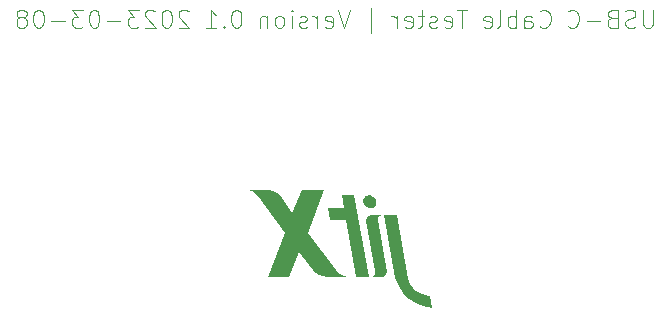
<source format=gbr>
%TF.GenerationSoftware,KiCad,Pcbnew,7.0.0-da2b9df05c~171~ubuntu22.04.1*%
%TF.CreationDate,2023-03-09T10:18:31-08:00*%
%TF.ProjectId,CAD,4341442e-6b69-4636-9164-5f7063625858,rev?*%
%TF.SameCoordinates,Original*%
%TF.FileFunction,Legend,Bot*%
%TF.FilePolarity,Positive*%
%FSLAX46Y46*%
G04 Gerber Fmt 4.6, Leading zero omitted, Abs format (unit mm)*
G04 Created by KiCad (PCBNEW 7.0.0-da2b9df05c~171~ubuntu22.04.1) date 2023-03-09 10:18:31*
%MOMM*%
%LPD*%
G01*
G04 APERTURE LIST*
%ADD10C,0.100000*%
%ADD11C,2.402000*%
%ADD12O,2.302000X1.302000*%
%ADD13O,2.802000X1.302000*%
%ADD14O,2.702000X1.302000*%
G04 APERTURE END LIST*
D10*
%TO.C,TXT19*%
X459061709Y-257877071D02*
X459061709Y-259091357D01*
X459061709Y-259091357D02*
X458990280Y-259234214D01*
X458990280Y-259234214D02*
X458918852Y-259305642D01*
X458918852Y-259305642D02*
X458775994Y-259377071D01*
X458775994Y-259377071D02*
X458490280Y-259377071D01*
X458490280Y-259377071D02*
X458347423Y-259305642D01*
X458347423Y-259305642D02*
X458275994Y-259234214D01*
X458275994Y-259234214D02*
X458204566Y-259091357D01*
X458204566Y-259091357D02*
X458204566Y-257877071D01*
X457561708Y-259305642D02*
X457347423Y-259377071D01*
X457347423Y-259377071D02*
X456990280Y-259377071D01*
X456990280Y-259377071D02*
X456847423Y-259305642D01*
X456847423Y-259305642D02*
X456775994Y-259234214D01*
X456775994Y-259234214D02*
X456704565Y-259091357D01*
X456704565Y-259091357D02*
X456704565Y-258948500D01*
X456704565Y-258948500D02*
X456775994Y-258805642D01*
X456775994Y-258805642D02*
X456847423Y-258734214D01*
X456847423Y-258734214D02*
X456990280Y-258662785D01*
X456990280Y-258662785D02*
X457275994Y-258591357D01*
X457275994Y-258591357D02*
X457418851Y-258519928D01*
X457418851Y-258519928D02*
X457490280Y-258448500D01*
X457490280Y-258448500D02*
X457561708Y-258305642D01*
X457561708Y-258305642D02*
X457561708Y-258162785D01*
X457561708Y-258162785D02*
X457490280Y-258019928D01*
X457490280Y-258019928D02*
X457418851Y-257948500D01*
X457418851Y-257948500D02*
X457275994Y-257877071D01*
X457275994Y-257877071D02*
X456918851Y-257877071D01*
X456918851Y-257877071D02*
X456704565Y-257948500D01*
X455561709Y-258591357D02*
X455347423Y-258662785D01*
X455347423Y-258662785D02*
X455275994Y-258734214D01*
X455275994Y-258734214D02*
X455204566Y-258877071D01*
X455204566Y-258877071D02*
X455204566Y-259091357D01*
X455204566Y-259091357D02*
X455275994Y-259234214D01*
X455275994Y-259234214D02*
X455347423Y-259305642D01*
X455347423Y-259305642D02*
X455490280Y-259377071D01*
X455490280Y-259377071D02*
X456061709Y-259377071D01*
X456061709Y-259377071D02*
X456061709Y-257877071D01*
X456061709Y-257877071D02*
X455561709Y-257877071D01*
X455561709Y-257877071D02*
X455418852Y-257948500D01*
X455418852Y-257948500D02*
X455347423Y-258019928D01*
X455347423Y-258019928D02*
X455275994Y-258162785D01*
X455275994Y-258162785D02*
X455275994Y-258305642D01*
X455275994Y-258305642D02*
X455347423Y-258448500D01*
X455347423Y-258448500D02*
X455418852Y-258519928D01*
X455418852Y-258519928D02*
X455561709Y-258591357D01*
X455561709Y-258591357D02*
X456061709Y-258591357D01*
X454561709Y-258805642D02*
X453418852Y-258805642D01*
X451847423Y-259234214D02*
X451918851Y-259305642D01*
X451918851Y-259305642D02*
X452133137Y-259377071D01*
X452133137Y-259377071D02*
X452275994Y-259377071D01*
X452275994Y-259377071D02*
X452490280Y-259305642D01*
X452490280Y-259305642D02*
X452633137Y-259162785D01*
X452633137Y-259162785D02*
X452704566Y-259019928D01*
X452704566Y-259019928D02*
X452775994Y-258734214D01*
X452775994Y-258734214D02*
X452775994Y-258519928D01*
X452775994Y-258519928D02*
X452704566Y-258234214D01*
X452704566Y-258234214D02*
X452633137Y-258091357D01*
X452633137Y-258091357D02*
X452490280Y-257948500D01*
X452490280Y-257948500D02*
X452275994Y-257877071D01*
X452275994Y-257877071D02*
X452133137Y-257877071D01*
X452133137Y-257877071D02*
X451918851Y-257948500D01*
X451918851Y-257948500D02*
X451847423Y-258019928D01*
X449447423Y-259234214D02*
X449518851Y-259305642D01*
X449518851Y-259305642D02*
X449733137Y-259377071D01*
X449733137Y-259377071D02*
X449875994Y-259377071D01*
X449875994Y-259377071D02*
X450090280Y-259305642D01*
X450090280Y-259305642D02*
X450233137Y-259162785D01*
X450233137Y-259162785D02*
X450304566Y-259019928D01*
X450304566Y-259019928D02*
X450375994Y-258734214D01*
X450375994Y-258734214D02*
X450375994Y-258519928D01*
X450375994Y-258519928D02*
X450304566Y-258234214D01*
X450304566Y-258234214D02*
X450233137Y-258091357D01*
X450233137Y-258091357D02*
X450090280Y-257948500D01*
X450090280Y-257948500D02*
X449875994Y-257877071D01*
X449875994Y-257877071D02*
X449733137Y-257877071D01*
X449733137Y-257877071D02*
X449518851Y-257948500D01*
X449518851Y-257948500D02*
X449447423Y-258019928D01*
X448161709Y-259377071D02*
X448161709Y-258591357D01*
X448161709Y-258591357D02*
X448233137Y-258448500D01*
X448233137Y-258448500D02*
X448375994Y-258377071D01*
X448375994Y-258377071D02*
X448661709Y-258377071D01*
X448661709Y-258377071D02*
X448804566Y-258448500D01*
X448161709Y-259305642D02*
X448304566Y-259377071D01*
X448304566Y-259377071D02*
X448661709Y-259377071D01*
X448661709Y-259377071D02*
X448804566Y-259305642D01*
X448804566Y-259305642D02*
X448875994Y-259162785D01*
X448875994Y-259162785D02*
X448875994Y-259019928D01*
X448875994Y-259019928D02*
X448804566Y-258877071D01*
X448804566Y-258877071D02*
X448661709Y-258805642D01*
X448661709Y-258805642D02*
X448304566Y-258805642D01*
X448304566Y-258805642D02*
X448161709Y-258734214D01*
X447447423Y-259377071D02*
X447447423Y-257877071D01*
X447447423Y-258448500D02*
X447304566Y-258377071D01*
X447304566Y-258377071D02*
X447018851Y-258377071D01*
X447018851Y-258377071D02*
X446875994Y-258448500D01*
X446875994Y-258448500D02*
X446804566Y-258519928D01*
X446804566Y-258519928D02*
X446733137Y-258662785D01*
X446733137Y-258662785D02*
X446733137Y-259091357D01*
X446733137Y-259091357D02*
X446804566Y-259234214D01*
X446804566Y-259234214D02*
X446875994Y-259305642D01*
X446875994Y-259305642D02*
X447018851Y-259377071D01*
X447018851Y-259377071D02*
X447304566Y-259377071D01*
X447304566Y-259377071D02*
X447447423Y-259305642D01*
X445875994Y-259377071D02*
X446018851Y-259305642D01*
X446018851Y-259305642D02*
X446090280Y-259162785D01*
X446090280Y-259162785D02*
X446090280Y-257877071D01*
X444733137Y-259305642D02*
X444875994Y-259377071D01*
X444875994Y-259377071D02*
X445161709Y-259377071D01*
X445161709Y-259377071D02*
X445304566Y-259305642D01*
X445304566Y-259305642D02*
X445375994Y-259162785D01*
X445375994Y-259162785D02*
X445375994Y-258591357D01*
X445375994Y-258591357D02*
X445304566Y-258448500D01*
X445304566Y-258448500D02*
X445161709Y-258377071D01*
X445161709Y-258377071D02*
X444875994Y-258377071D01*
X444875994Y-258377071D02*
X444733137Y-258448500D01*
X444733137Y-258448500D02*
X444661709Y-258591357D01*
X444661709Y-258591357D02*
X444661709Y-258734214D01*
X444661709Y-258734214D02*
X445375994Y-258877071D01*
X443333137Y-257877071D02*
X442475995Y-257877071D01*
X442904566Y-259377071D02*
X442904566Y-257877071D01*
X441404566Y-259305642D02*
X441547423Y-259377071D01*
X441547423Y-259377071D02*
X441833138Y-259377071D01*
X441833138Y-259377071D02*
X441975995Y-259305642D01*
X441975995Y-259305642D02*
X442047423Y-259162785D01*
X442047423Y-259162785D02*
X442047423Y-258591357D01*
X442047423Y-258591357D02*
X441975995Y-258448500D01*
X441975995Y-258448500D02*
X441833138Y-258377071D01*
X441833138Y-258377071D02*
X441547423Y-258377071D01*
X441547423Y-258377071D02*
X441404566Y-258448500D01*
X441404566Y-258448500D02*
X441333138Y-258591357D01*
X441333138Y-258591357D02*
X441333138Y-258734214D01*
X441333138Y-258734214D02*
X442047423Y-258877071D01*
X440761709Y-259305642D02*
X440618852Y-259377071D01*
X440618852Y-259377071D02*
X440333138Y-259377071D01*
X440333138Y-259377071D02*
X440190281Y-259305642D01*
X440190281Y-259305642D02*
X440118852Y-259162785D01*
X440118852Y-259162785D02*
X440118852Y-259091357D01*
X440118852Y-259091357D02*
X440190281Y-258948500D01*
X440190281Y-258948500D02*
X440333138Y-258877071D01*
X440333138Y-258877071D02*
X440547424Y-258877071D01*
X440547424Y-258877071D02*
X440690281Y-258805642D01*
X440690281Y-258805642D02*
X440761709Y-258662785D01*
X440761709Y-258662785D02*
X440761709Y-258591357D01*
X440761709Y-258591357D02*
X440690281Y-258448500D01*
X440690281Y-258448500D02*
X440547424Y-258377071D01*
X440547424Y-258377071D02*
X440333138Y-258377071D01*
X440333138Y-258377071D02*
X440190281Y-258448500D01*
X439690280Y-258377071D02*
X439118852Y-258377071D01*
X439475995Y-257877071D02*
X439475995Y-259162785D01*
X439475995Y-259162785D02*
X439404566Y-259305642D01*
X439404566Y-259305642D02*
X439261709Y-259377071D01*
X439261709Y-259377071D02*
X439118852Y-259377071D01*
X438047423Y-259305642D02*
X438190280Y-259377071D01*
X438190280Y-259377071D02*
X438475995Y-259377071D01*
X438475995Y-259377071D02*
X438618852Y-259305642D01*
X438618852Y-259305642D02*
X438690280Y-259162785D01*
X438690280Y-259162785D02*
X438690280Y-258591357D01*
X438690280Y-258591357D02*
X438618852Y-258448500D01*
X438618852Y-258448500D02*
X438475995Y-258377071D01*
X438475995Y-258377071D02*
X438190280Y-258377071D01*
X438190280Y-258377071D02*
X438047423Y-258448500D01*
X438047423Y-258448500D02*
X437975995Y-258591357D01*
X437975995Y-258591357D02*
X437975995Y-258734214D01*
X437975995Y-258734214D02*
X438690280Y-258877071D01*
X437333138Y-259377071D02*
X437333138Y-258377071D01*
X437333138Y-258662785D02*
X437261709Y-258519928D01*
X437261709Y-258519928D02*
X437190281Y-258448500D01*
X437190281Y-258448500D02*
X437047423Y-258377071D01*
X437047423Y-258377071D02*
X436904566Y-258377071D01*
X435147424Y-259877071D02*
X435147424Y-257734214D01*
X433390281Y-257877071D02*
X432890281Y-259377071D01*
X432890281Y-259377071D02*
X432390281Y-257877071D01*
X431318853Y-259305642D02*
X431461710Y-259377071D01*
X431461710Y-259377071D02*
X431747425Y-259377071D01*
X431747425Y-259377071D02*
X431890282Y-259305642D01*
X431890282Y-259305642D02*
X431961710Y-259162785D01*
X431961710Y-259162785D02*
X431961710Y-258591357D01*
X431961710Y-258591357D02*
X431890282Y-258448500D01*
X431890282Y-258448500D02*
X431747425Y-258377071D01*
X431747425Y-258377071D02*
X431461710Y-258377071D01*
X431461710Y-258377071D02*
X431318853Y-258448500D01*
X431318853Y-258448500D02*
X431247425Y-258591357D01*
X431247425Y-258591357D02*
X431247425Y-258734214D01*
X431247425Y-258734214D02*
X431961710Y-258877071D01*
X430604568Y-259377071D02*
X430604568Y-258377071D01*
X430604568Y-258662785D02*
X430533139Y-258519928D01*
X430533139Y-258519928D02*
X430461711Y-258448500D01*
X430461711Y-258448500D02*
X430318853Y-258377071D01*
X430318853Y-258377071D02*
X430175996Y-258377071D01*
X429747425Y-259305642D02*
X429604568Y-259377071D01*
X429604568Y-259377071D02*
X429318854Y-259377071D01*
X429318854Y-259377071D02*
X429175997Y-259305642D01*
X429175997Y-259305642D02*
X429104568Y-259162785D01*
X429104568Y-259162785D02*
X429104568Y-259091357D01*
X429104568Y-259091357D02*
X429175997Y-258948500D01*
X429175997Y-258948500D02*
X429318854Y-258877071D01*
X429318854Y-258877071D02*
X429533140Y-258877071D01*
X429533140Y-258877071D02*
X429675997Y-258805642D01*
X429675997Y-258805642D02*
X429747425Y-258662785D01*
X429747425Y-258662785D02*
X429747425Y-258591357D01*
X429747425Y-258591357D02*
X429675997Y-258448500D01*
X429675997Y-258448500D02*
X429533140Y-258377071D01*
X429533140Y-258377071D02*
X429318854Y-258377071D01*
X429318854Y-258377071D02*
X429175997Y-258448500D01*
X428461711Y-259377071D02*
X428461711Y-258377071D01*
X428461711Y-257877071D02*
X428533139Y-257948500D01*
X428533139Y-257948500D02*
X428461711Y-258019928D01*
X428461711Y-258019928D02*
X428390282Y-257948500D01*
X428390282Y-257948500D02*
X428461711Y-257877071D01*
X428461711Y-257877071D02*
X428461711Y-258019928D01*
X427533139Y-259377071D02*
X427675996Y-259305642D01*
X427675996Y-259305642D02*
X427747425Y-259234214D01*
X427747425Y-259234214D02*
X427818853Y-259091357D01*
X427818853Y-259091357D02*
X427818853Y-258662785D01*
X427818853Y-258662785D02*
X427747425Y-258519928D01*
X427747425Y-258519928D02*
X427675996Y-258448500D01*
X427675996Y-258448500D02*
X427533139Y-258377071D01*
X427533139Y-258377071D02*
X427318853Y-258377071D01*
X427318853Y-258377071D02*
X427175996Y-258448500D01*
X427175996Y-258448500D02*
X427104568Y-258519928D01*
X427104568Y-258519928D02*
X427033139Y-258662785D01*
X427033139Y-258662785D02*
X427033139Y-259091357D01*
X427033139Y-259091357D02*
X427104568Y-259234214D01*
X427104568Y-259234214D02*
X427175996Y-259305642D01*
X427175996Y-259305642D02*
X427318853Y-259377071D01*
X427318853Y-259377071D02*
X427533139Y-259377071D01*
X426390282Y-258377071D02*
X426390282Y-259377071D01*
X426390282Y-258519928D02*
X426318853Y-258448500D01*
X426318853Y-258448500D02*
X426175996Y-258377071D01*
X426175996Y-258377071D02*
X425961710Y-258377071D01*
X425961710Y-258377071D02*
X425818853Y-258448500D01*
X425818853Y-258448500D02*
X425747425Y-258591357D01*
X425747425Y-258591357D02*
X425747425Y-259377071D01*
X423847424Y-257877071D02*
X423704567Y-257877071D01*
X423704567Y-257877071D02*
X423561710Y-257948500D01*
X423561710Y-257948500D02*
X423490282Y-258019928D01*
X423490282Y-258019928D02*
X423418853Y-258162785D01*
X423418853Y-258162785D02*
X423347424Y-258448500D01*
X423347424Y-258448500D02*
X423347424Y-258805642D01*
X423347424Y-258805642D02*
X423418853Y-259091357D01*
X423418853Y-259091357D02*
X423490282Y-259234214D01*
X423490282Y-259234214D02*
X423561710Y-259305642D01*
X423561710Y-259305642D02*
X423704567Y-259377071D01*
X423704567Y-259377071D02*
X423847424Y-259377071D01*
X423847424Y-259377071D02*
X423990282Y-259305642D01*
X423990282Y-259305642D02*
X424061710Y-259234214D01*
X424061710Y-259234214D02*
X424133139Y-259091357D01*
X424133139Y-259091357D02*
X424204567Y-258805642D01*
X424204567Y-258805642D02*
X424204567Y-258448500D01*
X424204567Y-258448500D02*
X424133139Y-258162785D01*
X424133139Y-258162785D02*
X424061710Y-258019928D01*
X424061710Y-258019928D02*
X423990282Y-257948500D01*
X423990282Y-257948500D02*
X423847424Y-257877071D01*
X422704568Y-259234214D02*
X422633139Y-259305642D01*
X422633139Y-259305642D02*
X422704568Y-259377071D01*
X422704568Y-259377071D02*
X422775996Y-259305642D01*
X422775996Y-259305642D02*
X422704568Y-259234214D01*
X422704568Y-259234214D02*
X422704568Y-259377071D01*
X421204567Y-259377071D02*
X422061710Y-259377071D01*
X421633139Y-259377071D02*
X421633139Y-257877071D01*
X421633139Y-257877071D02*
X421775996Y-258091357D01*
X421775996Y-258091357D02*
X421918853Y-258234214D01*
X421918853Y-258234214D02*
X422061710Y-258305642D01*
X419733139Y-258019928D02*
X419661711Y-257948500D01*
X419661711Y-257948500D02*
X419518854Y-257877071D01*
X419518854Y-257877071D02*
X419161711Y-257877071D01*
X419161711Y-257877071D02*
X419018854Y-257948500D01*
X419018854Y-257948500D02*
X418947425Y-258019928D01*
X418947425Y-258019928D02*
X418875996Y-258162785D01*
X418875996Y-258162785D02*
X418875996Y-258305642D01*
X418875996Y-258305642D02*
X418947425Y-258519928D01*
X418947425Y-258519928D02*
X419804568Y-259377071D01*
X419804568Y-259377071D02*
X418875996Y-259377071D01*
X417947425Y-257877071D02*
X417804568Y-257877071D01*
X417804568Y-257877071D02*
X417661711Y-257948500D01*
X417661711Y-257948500D02*
X417590283Y-258019928D01*
X417590283Y-258019928D02*
X417518854Y-258162785D01*
X417518854Y-258162785D02*
X417447425Y-258448500D01*
X417447425Y-258448500D02*
X417447425Y-258805642D01*
X417447425Y-258805642D02*
X417518854Y-259091357D01*
X417518854Y-259091357D02*
X417590283Y-259234214D01*
X417590283Y-259234214D02*
X417661711Y-259305642D01*
X417661711Y-259305642D02*
X417804568Y-259377071D01*
X417804568Y-259377071D02*
X417947425Y-259377071D01*
X417947425Y-259377071D02*
X418090283Y-259305642D01*
X418090283Y-259305642D02*
X418161711Y-259234214D01*
X418161711Y-259234214D02*
X418233140Y-259091357D01*
X418233140Y-259091357D02*
X418304568Y-258805642D01*
X418304568Y-258805642D02*
X418304568Y-258448500D01*
X418304568Y-258448500D02*
X418233140Y-258162785D01*
X418233140Y-258162785D02*
X418161711Y-258019928D01*
X418161711Y-258019928D02*
X418090283Y-257948500D01*
X418090283Y-257948500D02*
X417947425Y-257877071D01*
X416875997Y-258019928D02*
X416804569Y-257948500D01*
X416804569Y-257948500D02*
X416661712Y-257877071D01*
X416661712Y-257877071D02*
X416304569Y-257877071D01*
X416304569Y-257877071D02*
X416161712Y-257948500D01*
X416161712Y-257948500D02*
X416090283Y-258019928D01*
X416090283Y-258019928D02*
X416018854Y-258162785D01*
X416018854Y-258162785D02*
X416018854Y-258305642D01*
X416018854Y-258305642D02*
X416090283Y-258519928D01*
X416090283Y-258519928D02*
X416947426Y-259377071D01*
X416947426Y-259377071D02*
X416018854Y-259377071D01*
X415518855Y-257877071D02*
X414590283Y-257877071D01*
X414590283Y-257877071D02*
X415090283Y-258448500D01*
X415090283Y-258448500D02*
X414875998Y-258448500D01*
X414875998Y-258448500D02*
X414733141Y-258519928D01*
X414733141Y-258519928D02*
X414661712Y-258591357D01*
X414661712Y-258591357D02*
X414590283Y-258734214D01*
X414590283Y-258734214D02*
X414590283Y-259091357D01*
X414590283Y-259091357D02*
X414661712Y-259234214D01*
X414661712Y-259234214D02*
X414733141Y-259305642D01*
X414733141Y-259305642D02*
X414875998Y-259377071D01*
X414875998Y-259377071D02*
X415304569Y-259377071D01*
X415304569Y-259377071D02*
X415447426Y-259305642D01*
X415447426Y-259305642D02*
X415518855Y-259234214D01*
X413947427Y-258805642D02*
X412804570Y-258805642D01*
X411804569Y-257877071D02*
X411661712Y-257877071D01*
X411661712Y-257877071D02*
X411518855Y-257948500D01*
X411518855Y-257948500D02*
X411447427Y-258019928D01*
X411447427Y-258019928D02*
X411375998Y-258162785D01*
X411375998Y-258162785D02*
X411304569Y-258448500D01*
X411304569Y-258448500D02*
X411304569Y-258805642D01*
X411304569Y-258805642D02*
X411375998Y-259091357D01*
X411375998Y-259091357D02*
X411447427Y-259234214D01*
X411447427Y-259234214D02*
X411518855Y-259305642D01*
X411518855Y-259305642D02*
X411661712Y-259377071D01*
X411661712Y-259377071D02*
X411804569Y-259377071D01*
X411804569Y-259377071D02*
X411947427Y-259305642D01*
X411947427Y-259305642D02*
X412018855Y-259234214D01*
X412018855Y-259234214D02*
X412090284Y-259091357D01*
X412090284Y-259091357D02*
X412161712Y-258805642D01*
X412161712Y-258805642D02*
X412161712Y-258448500D01*
X412161712Y-258448500D02*
X412090284Y-258162785D01*
X412090284Y-258162785D02*
X412018855Y-258019928D01*
X412018855Y-258019928D02*
X411947427Y-257948500D01*
X411947427Y-257948500D02*
X411804569Y-257877071D01*
X410804570Y-257877071D02*
X409875998Y-257877071D01*
X409875998Y-257877071D02*
X410375998Y-258448500D01*
X410375998Y-258448500D02*
X410161713Y-258448500D01*
X410161713Y-258448500D02*
X410018856Y-258519928D01*
X410018856Y-258519928D02*
X409947427Y-258591357D01*
X409947427Y-258591357D02*
X409875998Y-258734214D01*
X409875998Y-258734214D02*
X409875998Y-259091357D01*
X409875998Y-259091357D02*
X409947427Y-259234214D01*
X409947427Y-259234214D02*
X410018856Y-259305642D01*
X410018856Y-259305642D02*
X410161713Y-259377071D01*
X410161713Y-259377071D02*
X410590284Y-259377071D01*
X410590284Y-259377071D02*
X410733141Y-259305642D01*
X410733141Y-259305642D02*
X410804570Y-259234214D01*
X409233142Y-258805642D02*
X408090285Y-258805642D01*
X407090284Y-257877071D02*
X406947427Y-257877071D01*
X406947427Y-257877071D02*
X406804570Y-257948500D01*
X406804570Y-257948500D02*
X406733142Y-258019928D01*
X406733142Y-258019928D02*
X406661713Y-258162785D01*
X406661713Y-258162785D02*
X406590284Y-258448500D01*
X406590284Y-258448500D02*
X406590284Y-258805642D01*
X406590284Y-258805642D02*
X406661713Y-259091357D01*
X406661713Y-259091357D02*
X406733142Y-259234214D01*
X406733142Y-259234214D02*
X406804570Y-259305642D01*
X406804570Y-259305642D02*
X406947427Y-259377071D01*
X406947427Y-259377071D02*
X407090284Y-259377071D01*
X407090284Y-259377071D02*
X407233142Y-259305642D01*
X407233142Y-259305642D02*
X407304570Y-259234214D01*
X407304570Y-259234214D02*
X407375999Y-259091357D01*
X407375999Y-259091357D02*
X407447427Y-258805642D01*
X407447427Y-258805642D02*
X407447427Y-258448500D01*
X407447427Y-258448500D02*
X407375999Y-258162785D01*
X407375999Y-258162785D02*
X407304570Y-258019928D01*
X407304570Y-258019928D02*
X407233142Y-257948500D01*
X407233142Y-257948500D02*
X407090284Y-257877071D01*
X405733142Y-258519928D02*
X405875999Y-258448500D01*
X405875999Y-258448500D02*
X405947428Y-258377071D01*
X405947428Y-258377071D02*
X406018856Y-258234214D01*
X406018856Y-258234214D02*
X406018856Y-258162785D01*
X406018856Y-258162785D02*
X405947428Y-258019928D01*
X405947428Y-258019928D02*
X405875999Y-257948500D01*
X405875999Y-257948500D02*
X405733142Y-257877071D01*
X405733142Y-257877071D02*
X405447428Y-257877071D01*
X405447428Y-257877071D02*
X405304571Y-257948500D01*
X405304571Y-257948500D02*
X405233142Y-258019928D01*
X405233142Y-258019928D02*
X405161713Y-258162785D01*
X405161713Y-258162785D02*
X405161713Y-258234214D01*
X405161713Y-258234214D02*
X405233142Y-258377071D01*
X405233142Y-258377071D02*
X405304571Y-258448500D01*
X405304571Y-258448500D02*
X405447428Y-258519928D01*
X405447428Y-258519928D02*
X405733142Y-258519928D01*
X405733142Y-258519928D02*
X405875999Y-258591357D01*
X405875999Y-258591357D02*
X405947428Y-258662785D01*
X405947428Y-258662785D02*
X406018856Y-258805642D01*
X406018856Y-258805642D02*
X406018856Y-259091357D01*
X406018856Y-259091357D02*
X405947428Y-259234214D01*
X405947428Y-259234214D02*
X405875999Y-259305642D01*
X405875999Y-259305642D02*
X405733142Y-259377071D01*
X405733142Y-259377071D02*
X405447428Y-259377071D01*
X405447428Y-259377071D02*
X405304571Y-259305642D01*
X405304571Y-259305642D02*
X405233142Y-259234214D01*
X405233142Y-259234214D02*
X405161713Y-259091357D01*
X405161713Y-259091357D02*
X405161713Y-258805642D01*
X405161713Y-258805642D02*
X405233142Y-258662785D01*
X405233142Y-258662785D02*
X405304571Y-258591357D01*
X405304571Y-258591357D02*
X405447428Y-258519928D01*
%TO.C,JITX1*%
G36*
X429114696Y-278407023D02*
G01*
X428239792Y-280495598D01*
X426427096Y-280495368D01*
X427888227Y-276734076D01*
X429114696Y-278407023D01*
G37*
G36*
X433751933Y-273578843D02*
G01*
X434968676Y-280495547D01*
X433920036Y-280495521D01*
X433078240Y-275711460D01*
X431688094Y-275709411D01*
X431499813Y-274628738D01*
X432886810Y-274628149D01*
X432703779Y-273578766D01*
X433751933Y-273578843D01*
G37*
G36*
X426267452Y-273117568D02*
G01*
X426585186Y-273130538D01*
X426893327Y-273209102D01*
X427178484Y-273349847D01*
X427428263Y-273546656D01*
X428518789Y-275110862D01*
X427888227Y-276734076D01*
X425605806Y-273655173D01*
X425359189Y-273424788D01*
X425068593Y-273253176D01*
X424747764Y-273148455D01*
X424411882Y-273115580D01*
X426267452Y-273117568D01*
G37*
G36*
X429835247Y-276813386D02*
G01*
X432197877Y-279931322D01*
X432529357Y-280207010D01*
X432915656Y-280398467D01*
X433335785Y-280495291D01*
X431454772Y-280495022D01*
X431121990Y-280458913D01*
X430805105Y-280351061D01*
X430519390Y-280176662D01*
X430278614Y-279944123D01*
X429114696Y-278407023D01*
X427888227Y-276734076D01*
X428518789Y-275110862D01*
X429291659Y-273121316D01*
X431220171Y-273119575D01*
X429835247Y-276813386D01*
G37*
G36*
X438309683Y-280692886D02*
G01*
X438464402Y-281068370D01*
X438694816Y-281402789D01*
X438990565Y-281681104D01*
X439338349Y-281890801D01*
X439722530Y-282022449D01*
X440125833Y-282070130D01*
X440299692Y-283115596D01*
X439611907Y-282994624D01*
X438962889Y-282736827D01*
X438379554Y-282352895D01*
X437886093Y-281858750D01*
X437502968Y-281274885D01*
X437246069Y-280625511D01*
X436301671Y-275247967D01*
X437351438Y-275247915D01*
X438309683Y-280692886D01*
G37*
G36*
X435565859Y-273981191D02*
G01*
X435599674Y-274069063D01*
X435615697Y-274161846D01*
X435613310Y-274255972D01*
X435592607Y-274347823D01*
X435554382Y-274433871D01*
X435500104Y-274510808D01*
X435431860Y-274575678D01*
X435352272Y-274625987D01*
X435352271Y-274625987D01*
X435230919Y-274652664D01*
X435106683Y-274654546D01*
X434984577Y-274631559D01*
X434869530Y-274584629D01*
X434766185Y-274515652D01*
X434678712Y-274427410D01*
X434610642Y-274323465D01*
X434610643Y-274323465D01*
X434556407Y-274232285D01*
X434523821Y-274131322D01*
X434514518Y-274025639D01*
X434528964Y-273920537D01*
X434566437Y-273821284D01*
X434625055Y-273732857D01*
X434701881Y-273659692D01*
X434820238Y-273604724D01*
X434948105Y-273578648D01*
X435102682Y-273596681D01*
X435249040Y-273649581D01*
X435379425Y-273734543D01*
X435486930Y-273847067D01*
X435565859Y-273981191D01*
G37*
G36*
X436095646Y-275250781D02*
G01*
X436006089Y-275273308D01*
X435923686Y-275314994D01*
X435852478Y-275373793D01*
X435795957Y-275446822D01*
X435756895Y-275530501D01*
X435737208Y-275620725D01*
X435737861Y-275713069D01*
X436489337Y-280073894D01*
X436484185Y-280153338D01*
X436463634Y-280230250D01*
X436428473Y-280301675D01*
X436380053Y-280364869D01*
X436320236Y-280417402D01*
X436251318Y-280457255D01*
X436175950Y-280482898D01*
X436097028Y-280493345D01*
X435190756Y-280491475D01*
X435277723Y-280468137D01*
X435357317Y-280426032D01*
X435425545Y-280367271D01*
X435478987Y-280294801D01*
X435514964Y-280212256D01*
X435531670Y-280123775D01*
X435528269Y-280033795D01*
X434782419Y-275723239D01*
X434782046Y-275627452D01*
X434802997Y-275533983D01*
X434844222Y-275447521D01*
X434903652Y-275372399D01*
X434978309Y-275312386D01*
X435064448Y-275270490D01*
X435157751Y-275248812D01*
X436095646Y-275250781D01*
G37*
%TD*%
%LPC*%
%TO.C,U20*%
G36*
X461410917Y-258635547D02*
G01*
X461757964Y-258740823D01*
X462077805Y-258911781D01*
X462358148Y-259141852D01*
X462588219Y-259422195D01*
X462759177Y-259742036D01*
X462864453Y-260089083D01*
X462900000Y-260450000D01*
X462864453Y-260810917D01*
X462759177Y-261157964D01*
X462588219Y-261477805D01*
X462358148Y-261758148D01*
X462077805Y-261988219D01*
X461757964Y-262159177D01*
X461410917Y-262264453D01*
X461050000Y-262300000D01*
X460689083Y-262264453D01*
X460342036Y-262159177D01*
X460022195Y-261988219D01*
X459741852Y-261758148D01*
X459511781Y-261477805D01*
X459340823Y-261157964D01*
X459235547Y-260810917D01*
X459200000Y-260450000D01*
X459235547Y-260089083D01*
X459340823Y-259742036D01*
X459511781Y-259422195D01*
X459741852Y-259141852D01*
X460022195Y-258911781D01*
X460342036Y-258740823D01*
X460689083Y-258635547D01*
X461050000Y-258600000D01*
X461410917Y-258635547D01*
G37*
%TO.C,U21*%
G36*
X403310917Y-296735547D02*
G01*
X403657964Y-296840823D01*
X403977805Y-297011781D01*
X404258148Y-297241852D01*
X404488219Y-297522195D01*
X404659177Y-297842036D01*
X404764453Y-298189083D01*
X404800000Y-298550000D01*
X404764453Y-298910917D01*
X404659177Y-299257964D01*
X404488219Y-299577805D01*
X404258148Y-299858148D01*
X403977805Y-300088219D01*
X403657964Y-300259177D01*
X403310917Y-300364453D01*
X402950000Y-300400000D01*
X402589083Y-300364453D01*
X402242036Y-300259177D01*
X401922195Y-300088219D01*
X401641852Y-299858148D01*
X401411781Y-299577805D01*
X401240823Y-299257964D01*
X401135547Y-298910917D01*
X401100000Y-298550000D01*
X401135547Y-298189083D01*
X401240823Y-297842036D01*
X401411781Y-297522195D01*
X401641852Y-297241852D01*
X401922195Y-297011781D01*
X402242036Y-296840823D01*
X402589083Y-296735547D01*
X402950000Y-296700000D01*
X403310917Y-296735547D01*
G37*
%TO.C,U19*%
G36*
X403310917Y-258635547D02*
G01*
X403657964Y-258740823D01*
X403977805Y-258911781D01*
X404258148Y-259141852D01*
X404488219Y-259422195D01*
X404659177Y-259742036D01*
X404764453Y-260089083D01*
X404800000Y-260450000D01*
X404764453Y-260810917D01*
X404659177Y-261157964D01*
X404488219Y-261477805D01*
X404258148Y-261758148D01*
X403977805Y-261988219D01*
X403657964Y-262159177D01*
X403310917Y-262264453D01*
X402950000Y-262300000D01*
X402589083Y-262264453D01*
X402242036Y-262159177D01*
X401922195Y-261988219D01*
X401641852Y-261758148D01*
X401411781Y-261477805D01*
X401240823Y-261157964D01*
X401135547Y-260810917D01*
X401100000Y-260450000D01*
X401135547Y-260089083D01*
X401240823Y-259742036D01*
X401411781Y-259422195D01*
X401641852Y-259141852D01*
X401922195Y-258911781D01*
X402242036Y-258740823D01*
X402589083Y-258635547D01*
X402950000Y-258600000D01*
X403310917Y-258635547D01*
G37*
%TO.C,U22*%
G36*
X461410917Y-296735547D02*
G01*
X461757964Y-296840823D01*
X462077805Y-297011781D01*
X462358148Y-297241852D01*
X462588219Y-297522195D01*
X462759177Y-297842036D01*
X462864453Y-298189083D01*
X462900000Y-298550000D01*
X462864453Y-298910917D01*
X462759177Y-299257964D01*
X462588219Y-299577805D01*
X462358148Y-299858148D01*
X462077805Y-300088219D01*
X461757964Y-300259177D01*
X461410917Y-300364453D01*
X461050000Y-300400000D01*
X460689083Y-300364453D01*
X460342036Y-300259177D01*
X460022195Y-300088219D01*
X459741852Y-299858148D01*
X459511781Y-299577805D01*
X459340823Y-299257964D01*
X459235547Y-298910917D01*
X459200000Y-298550000D01*
X459235547Y-298189083D01*
X459340823Y-297842036D01*
X459511781Y-297522195D01*
X459741852Y-297241852D01*
X460022195Y-297011781D01*
X460342036Y-296840823D01*
X460689083Y-296735547D01*
X461050000Y-296700000D01*
X461410917Y-296735547D01*
G37*
%TD*%
D11*
%TO.C,U20*%
X461050000Y-260450000D03*
%TD*%
%TO.C,U21*%
X402950000Y-298550000D03*
%TD*%
%TO.C,U19*%
X402950000Y-260450000D03*
%TD*%
D12*
%TO.C,U24*%
X457139999Y-290819999D03*
X457139999Y-282179999D03*
D13*
X462499999Y-290819999D03*
D14*
X462499999Y-282179999D03*
%TD*%
D12*
%TO.C,U23*%
X406859999Y-282179999D03*
X406859999Y-290819999D03*
D13*
X401499999Y-282179999D03*
D14*
X401499999Y-290819999D03*
%TD*%
D11*
%TO.C,U22*%
X461050000Y-298550000D03*
%TD*%
M02*

</source>
